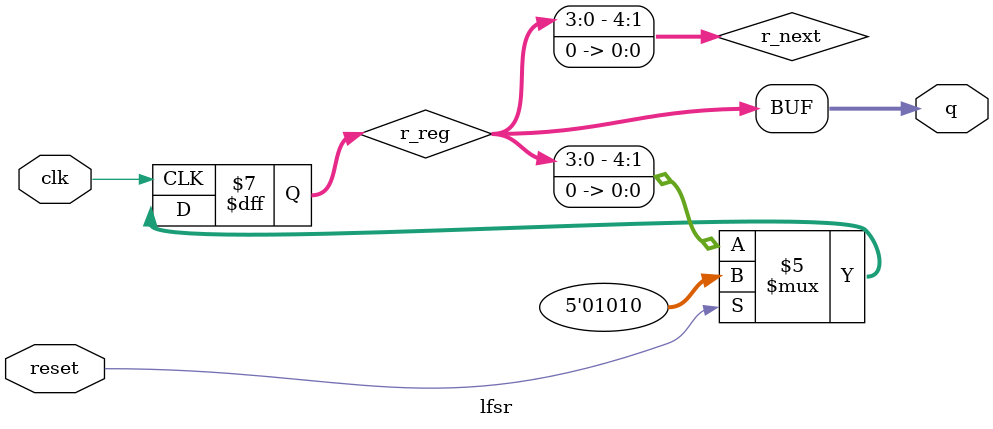
<source format=v>
module lfsr( 
    input clk,
    input reset,
    output [4:0] q
); 
reg [4:0] r_reg;
wire [4:0] r_next;
wire feedback_value;
// on reset set the value of r_reg to 1
// otherwise assign r_next to r_reg
// assign the xor of bit positions 2 and 4 of r_reg to feedback_value
// assign feedback concatenated with 4 most significant bits of r_reg to r_next
// assign r_reg to the output q
always @(posedge clk)
begin
if (reset)
r_reg <= 5'b01010;
else
r_reg <= r_next;
end
assign feedback_value = r_reg[2] ^ r_reg[4];
assign r_next = r_reg << 1;
assign q = r_reg;
endmodule

</source>
